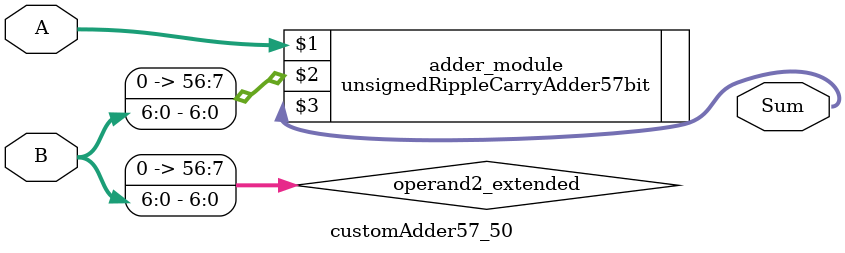
<source format=v>
module customAdder57_50(
                        input [56 : 0] A,
                        input [6 : 0] B,
                        
                        output [57 : 0] Sum
                );

        wire [56 : 0] operand2_extended;
        
        assign operand2_extended =  {50'b0, B};
        
        unsignedRippleCarryAdder57bit adder_module(
            A,
            operand2_extended,
            Sum
        );
        
        endmodule
        
</source>
